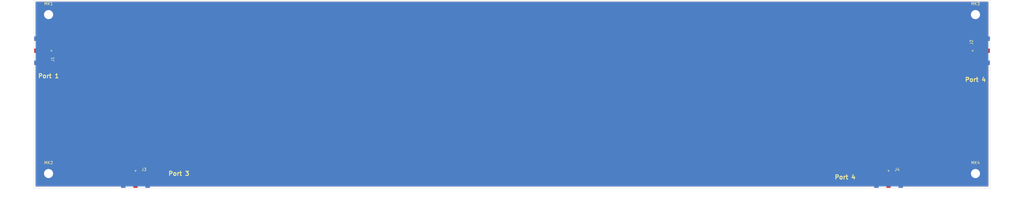
<source format=kicad_pcb>
(kicad_pcb (version 20171130) (host pcbnew 5.0.0-rc3-unknown-3df2743~65~ubuntu14.04.1)

  (general
    (thickness 1.6)
    (drawings 9)
    (tracks 12)
    (zones 0)
    (modules 8)
    (nets 4)
  )

  (page A3)
  (layers
    (0 F.Cu signal)
    (31 B.Cu signal)
    (32 B.Adhes user)
    (33 F.Adhes user)
    (34 B.Paste user)
    (35 F.Paste user)
    (36 B.SilkS user)
    (37 F.SilkS user)
    (38 B.Mask user)
    (39 F.Mask user)
    (40 Dwgs.User user)
    (41 Cmts.User user)
    (42 Eco1.User user)
    (43 Eco2.User user)
    (44 Edge.Cuts user)
    (45 Margin user)
    (46 B.CrtYd user)
    (47 F.CrtYd user)
    (48 B.Fab user)
    (49 F.Fab user)
  )

  (setup
    (last_trace_width 0.254)
    (trace_clearance 0.1524)
    (zone_clearance 0.508)
    (zone_45_only yes)
    (trace_min 0.1524)
    (segment_width 0.2)
    (edge_width 0.1)
    (via_size 5.08)
    (via_drill 0.254)
    (via_min_size 0.3048)
    (via_min_drill 0.1524)
    (uvia_size 0.3)
    (uvia_drill 0.1)
    (uvias_allowed no)
    (uvia_min_size 0.2)
    (uvia_min_drill 0.1)
    (pcb_text_width 0.3)
    (pcb_text_size 1.5 1.5)
    (mod_edge_width 0.15)
    (mod_text_size 1 1)
    (mod_text_width 0.15)
    (pad_size 1.5 1.5)
    (pad_drill 0.6)
    (pad_to_mask_clearance 0)
    (aux_axis_origin 190.5 34.29)
    (visible_elements FFFFFF7F)
    (pcbplotparams
      (layerselection 0x01030_ffffffff)
      (usegerberextensions false)
      (usegerberattributes false)
      (usegerberadvancedattributes false)
      (creategerberjobfile false)
      (excludeedgelayer true)
      (linewidth 0.100000)
      (plotframeref true)
      (viasonmask false)
      (mode 1)
      (useauxorigin false)
      (hpglpennumber 1)
      (hpglpenspeed 20)
      (hpglpendiameter 15.000000)
      (psnegative false)
      (psa4output false)
      (plotreference true)
      (plotvalue true)
      (plotinvisibletext false)
      (padsonsilk false)
      (subtractmaskfromsilk false)
      (outputformat 1)
      (mirror false)
      (drillshape 0)
      (scaleselection 1)
      (outputdirectory "gerber/"))
  )

  (net 0 "")
  (net 1 GNDREF)
  (net 2 "Net-(J1-Pad1)")
  (net 3 "Net-(J3-Pad1)")

  (net_class Default "This is the default net class."
    (clearance 0.1524)
    (trace_width 0.254)
    (via_dia 5.08)
    (via_drill 0.254)
    (uvia_dia 0.3)
    (uvia_drill 0.1)
    (add_net GNDREF)
    (add_net "Net-(J1-Pad1)")
    (add_net "Net-(J3-Pad1)")
  )

  (module Connector_Coaxial:SMA_Amphenol_132289_EdgeMount (layer F.Cu) (tedit 5A1C1810) (tstamp 5B3AEA96)
    (at 25.4 30.48 180)
    (descr http://www.amphenolrf.com/132289.html)
    (tags SMA)
    (path /5B396E0D)
    (attr smd)
    (fp_text reference J1 (at -3.96 -3 270) (layer F.SilkS)
      (effects (font (size 1 1) (thickness 0.15)))
    )
    (fp_text value SMA (at 5 6 180) (layer F.Fab)
      (effects (font (size 1 1) (thickness 0.15)))
    )
    (fp_line (start -3.71 0.25) (end -3.21 0) (layer F.SilkS) (width 0.12))
    (fp_line (start -3.71 -0.25) (end -3.71 0.25) (layer F.SilkS) (width 0.12))
    (fp_line (start -3.21 0) (end -3.71 -0.25) (layer F.SilkS) (width 0.12))
    (fp_line (start 3.54 0) (end 2.54 0.75) (layer F.Fab) (width 0.1))
    (fp_line (start 2.54 -0.75) (end 3.54 0) (layer F.Fab) (width 0.1))
    (fp_text user %R (at 4.79 0 90) (layer F.Fab)
      (effects (font (size 1 1) (thickness 0.15)))
    )
    (fp_line (start 14.47 -5.58) (end -3.04 -5.58) (layer F.CrtYd) (width 0.05))
    (fp_line (start 14.47 -5.58) (end 14.47 5.58) (layer F.CrtYd) (width 0.05))
    (fp_line (start 14.47 5.58) (end -3.04 5.58) (layer F.CrtYd) (width 0.05))
    (fp_line (start -3.04 5.58) (end -3.04 -5.58) (layer F.CrtYd) (width 0.05))
    (fp_line (start 14.47 -5.58) (end -3.04 -5.58) (layer B.CrtYd) (width 0.05))
    (fp_line (start 14.47 -5.58) (end 14.47 5.58) (layer B.CrtYd) (width 0.05))
    (fp_line (start 14.47 5.58) (end -3.04 5.58) (layer B.CrtYd) (width 0.05))
    (fp_line (start -3.04 5.58) (end -3.04 -5.58) (layer B.CrtYd) (width 0.05))
    (fp_line (start 4.445 -3.81) (end 13.97 -3.81) (layer F.Fab) (width 0.1))
    (fp_line (start 13.97 -3.81) (end 13.97 3.81) (layer F.Fab) (width 0.1))
    (fp_line (start 13.97 3.81) (end 4.445 3.81) (layer F.Fab) (width 0.1))
    (fp_line (start 4.445 5.08) (end 4.445 3.81) (layer F.Fab) (width 0.1))
    (fp_line (start 4.445 -3.81) (end 4.445 -5.08) (layer F.Fab) (width 0.1))
    (fp_line (start -1.91 -5.08) (end 4.445 -5.08) (layer F.Fab) (width 0.1))
    (fp_line (start -1.91 -5.08) (end -1.91 -3.81) (layer F.Fab) (width 0.1))
    (fp_line (start -1.91 -3.81) (end 2.54 -3.81) (layer F.Fab) (width 0.1))
    (fp_line (start 2.54 -3.81) (end 2.54 3.81) (layer F.Fab) (width 0.1))
    (fp_line (start 2.54 3.81) (end -1.91 3.81) (layer F.Fab) (width 0.1))
    (fp_line (start -1.91 3.81) (end -1.91 5.08) (layer F.Fab) (width 0.1))
    (fp_line (start -1.91 5.08) (end 4.445 5.08) (layer F.Fab) (width 0.1))
    (pad 2 smd rect (at 0 4.25 270) (size 1.5 5.08) (layers B.Cu B.Paste B.Mask)
      (net 1 GNDREF))
    (pad 2 smd rect (at 0 -4.25 270) (size 1.5 5.08) (layers B.Cu B.Paste B.Mask)
      (net 1 GNDREF))
    (pad 2 smd rect (at 0 4.25 270) (size 1.5 5.08) (layers F.Cu F.Paste F.Mask)
      (net 1 GNDREF))
    (pad 2 smd rect (at 0 -4.25 270) (size 1.5 5.08) (layers F.Cu F.Paste F.Mask)
      (net 1 GNDREF))
    (pad 1 smd rect (at 0 0 270) (size 1.5 5.08) (layers F.Cu F.Paste F.Mask)
      (net 2 "Net-(J1-Pad1)"))
    (model ${KISYS3DMOD}/Connector_Coaxial.3dshapes/SMA_Amphenol_132289_EdgeMount.wrl
      (at (xyz 0 0 0))
      (scale (xyz 1 1 1))
      (rotate (xyz 0 0 0))
    )
  )

  (module Connector_Coaxial:SMA_Amphenol_132289_EdgeMount (layer F.Cu) (tedit 5A1C1810) (tstamp 5B3AEAB9)
    (at 355.6 30.48)
    (descr http://www.amphenolrf.com/132289.html)
    (tags SMA)
    (path /5B396F50)
    (attr smd)
    (fp_text reference J2 (at -3.96 -3 90) (layer F.SilkS)
      (effects (font (size 1 1) (thickness 0.15)))
    )
    (fp_text value SMA (at 5 6) (layer F.Fab)
      (effects (font (size 1 1) (thickness 0.15)))
    )
    (fp_line (start -1.91 5.08) (end 4.445 5.08) (layer F.Fab) (width 0.1))
    (fp_line (start -1.91 3.81) (end -1.91 5.08) (layer F.Fab) (width 0.1))
    (fp_line (start 2.54 3.81) (end -1.91 3.81) (layer F.Fab) (width 0.1))
    (fp_line (start 2.54 -3.81) (end 2.54 3.81) (layer F.Fab) (width 0.1))
    (fp_line (start -1.91 -3.81) (end 2.54 -3.81) (layer F.Fab) (width 0.1))
    (fp_line (start -1.91 -5.08) (end -1.91 -3.81) (layer F.Fab) (width 0.1))
    (fp_line (start -1.91 -5.08) (end 4.445 -5.08) (layer F.Fab) (width 0.1))
    (fp_line (start 4.445 -3.81) (end 4.445 -5.08) (layer F.Fab) (width 0.1))
    (fp_line (start 4.445 5.08) (end 4.445 3.81) (layer F.Fab) (width 0.1))
    (fp_line (start 13.97 3.81) (end 4.445 3.81) (layer F.Fab) (width 0.1))
    (fp_line (start 13.97 -3.81) (end 13.97 3.81) (layer F.Fab) (width 0.1))
    (fp_line (start 4.445 -3.81) (end 13.97 -3.81) (layer F.Fab) (width 0.1))
    (fp_line (start -3.04 5.58) (end -3.04 -5.58) (layer B.CrtYd) (width 0.05))
    (fp_line (start 14.47 5.58) (end -3.04 5.58) (layer B.CrtYd) (width 0.05))
    (fp_line (start 14.47 -5.58) (end 14.47 5.58) (layer B.CrtYd) (width 0.05))
    (fp_line (start 14.47 -5.58) (end -3.04 -5.58) (layer B.CrtYd) (width 0.05))
    (fp_line (start -3.04 5.58) (end -3.04 -5.58) (layer F.CrtYd) (width 0.05))
    (fp_line (start 14.47 5.58) (end -3.04 5.58) (layer F.CrtYd) (width 0.05))
    (fp_line (start 14.47 -5.58) (end 14.47 5.58) (layer F.CrtYd) (width 0.05))
    (fp_line (start 14.47 -5.58) (end -3.04 -5.58) (layer F.CrtYd) (width 0.05))
    (fp_text user %R (at 4.79 0 270) (layer F.Fab)
      (effects (font (size 1 1) (thickness 0.15)))
    )
    (fp_line (start 2.54 -0.75) (end 3.54 0) (layer F.Fab) (width 0.1))
    (fp_line (start 3.54 0) (end 2.54 0.75) (layer F.Fab) (width 0.1))
    (fp_line (start -3.21 0) (end -3.71 -0.25) (layer F.SilkS) (width 0.12))
    (fp_line (start -3.71 -0.25) (end -3.71 0.25) (layer F.SilkS) (width 0.12))
    (fp_line (start -3.71 0.25) (end -3.21 0) (layer F.SilkS) (width 0.12))
    (pad 1 smd rect (at 0 0 90) (size 1.5 5.08) (layers F.Cu F.Paste F.Mask)
      (net 2 "Net-(J1-Pad1)"))
    (pad 2 smd rect (at 0 -4.25 90) (size 1.5 5.08) (layers F.Cu F.Paste F.Mask)
      (net 1 GNDREF))
    (pad 2 smd rect (at 0 4.25 90) (size 1.5 5.08) (layers F.Cu F.Paste F.Mask)
      (net 1 GNDREF))
    (pad 2 smd rect (at 0 -4.25 90) (size 1.5 5.08) (layers B.Cu B.Paste B.Mask)
      (net 1 GNDREF))
    (pad 2 smd rect (at 0 4.25 90) (size 1.5 5.08) (layers B.Cu B.Paste B.Mask)
      (net 1 GNDREF))
    (model ${KISYS3DMOD}/Connector_Coaxial.3dshapes/SMA_Amphenol_132289_EdgeMount.wrl
      (at (xyz 0 0 0))
      (scale (xyz 1 1 1))
      (rotate (xyz 0 0 0))
    )
  )

  (module Connector_Coaxial:SMA_Amphenol_132289_EdgeMount (layer F.Cu) (tedit 5A1C1810) (tstamp 5B3AEADC)
    (at 58.42 76.2 270)
    (descr http://www.amphenolrf.com/132289.html)
    (tags SMA)
    (path /5B39707D)
    (attr smd)
    (fp_text reference J3 (at -3.96 -3) (layer F.SilkS)
      (effects (font (size 1 1) (thickness 0.15)))
    )
    (fp_text value SMA (at 5 6 270) (layer F.Fab)
      (effects (font (size 1 1) (thickness 0.15)))
    )
    (fp_line (start -3.71 0.25) (end -3.21 0) (layer F.SilkS) (width 0.12))
    (fp_line (start -3.71 -0.25) (end -3.71 0.25) (layer F.SilkS) (width 0.12))
    (fp_line (start -3.21 0) (end -3.71 -0.25) (layer F.SilkS) (width 0.12))
    (fp_line (start 3.54 0) (end 2.54 0.75) (layer F.Fab) (width 0.1))
    (fp_line (start 2.54 -0.75) (end 3.54 0) (layer F.Fab) (width 0.1))
    (fp_text user %R (at 4.79 0 180) (layer F.Fab)
      (effects (font (size 1 1) (thickness 0.15)))
    )
    (fp_line (start 14.47 -5.58) (end -3.04 -5.58) (layer F.CrtYd) (width 0.05))
    (fp_line (start 14.47 -5.58) (end 14.47 5.58) (layer F.CrtYd) (width 0.05))
    (fp_line (start 14.47 5.58) (end -3.04 5.58) (layer F.CrtYd) (width 0.05))
    (fp_line (start -3.04 5.58) (end -3.04 -5.58) (layer F.CrtYd) (width 0.05))
    (fp_line (start 14.47 -5.58) (end -3.04 -5.58) (layer B.CrtYd) (width 0.05))
    (fp_line (start 14.47 -5.58) (end 14.47 5.58) (layer B.CrtYd) (width 0.05))
    (fp_line (start 14.47 5.58) (end -3.04 5.58) (layer B.CrtYd) (width 0.05))
    (fp_line (start -3.04 5.58) (end -3.04 -5.58) (layer B.CrtYd) (width 0.05))
    (fp_line (start 4.445 -3.81) (end 13.97 -3.81) (layer F.Fab) (width 0.1))
    (fp_line (start 13.97 -3.81) (end 13.97 3.81) (layer F.Fab) (width 0.1))
    (fp_line (start 13.97 3.81) (end 4.445 3.81) (layer F.Fab) (width 0.1))
    (fp_line (start 4.445 5.08) (end 4.445 3.81) (layer F.Fab) (width 0.1))
    (fp_line (start 4.445 -3.81) (end 4.445 -5.08) (layer F.Fab) (width 0.1))
    (fp_line (start -1.91 -5.08) (end 4.445 -5.08) (layer F.Fab) (width 0.1))
    (fp_line (start -1.91 -5.08) (end -1.91 -3.81) (layer F.Fab) (width 0.1))
    (fp_line (start -1.91 -3.81) (end 2.54 -3.81) (layer F.Fab) (width 0.1))
    (fp_line (start 2.54 -3.81) (end 2.54 3.81) (layer F.Fab) (width 0.1))
    (fp_line (start 2.54 3.81) (end -1.91 3.81) (layer F.Fab) (width 0.1))
    (fp_line (start -1.91 3.81) (end -1.91 5.08) (layer F.Fab) (width 0.1))
    (fp_line (start -1.91 5.08) (end 4.445 5.08) (layer F.Fab) (width 0.1))
    (pad 2 smd rect (at 0 4.25) (size 1.5 5.08) (layers B.Cu B.Paste B.Mask)
      (net 1 GNDREF))
    (pad 2 smd rect (at 0 -4.25) (size 1.5 5.08) (layers B.Cu B.Paste B.Mask)
      (net 1 GNDREF))
    (pad 2 smd rect (at 0 4.25) (size 1.5 5.08) (layers F.Cu F.Paste F.Mask)
      (net 1 GNDREF))
    (pad 2 smd rect (at 0 -4.25) (size 1.5 5.08) (layers F.Cu F.Paste F.Mask)
      (net 1 GNDREF))
    (pad 1 smd rect (at 0 0) (size 1.5 5.08) (layers F.Cu F.Paste F.Mask)
      (net 3 "Net-(J3-Pad1)"))
    (model ${KISYS3DMOD}/Connector_Coaxial.3dshapes/SMA_Amphenol_132289_EdgeMount.wrl
      (at (xyz 0 0 0))
      (scale (xyz 1 1 1))
      (rotate (xyz 0 0 0))
    )
  )

  (module Connector_Coaxial:SMA_Amphenol_132289_EdgeMount (layer F.Cu) (tedit 5A1C1810) (tstamp 5B3AEAFF)
    (at 322.58 76.2 270)
    (descr http://www.amphenolrf.com/132289.html)
    (tags SMA)
    (path /5B3970ED)
    (attr smd)
    (fp_text reference J4 (at -3.96 -3) (layer F.SilkS)
      (effects (font (size 1 1) (thickness 0.15)))
    )
    (fp_text value SMA (at 5 6 270) (layer F.Fab)
      (effects (font (size 1 1) (thickness 0.15)))
    )
    (fp_line (start -1.91 5.08) (end 4.445 5.08) (layer F.Fab) (width 0.1))
    (fp_line (start -1.91 3.81) (end -1.91 5.08) (layer F.Fab) (width 0.1))
    (fp_line (start 2.54 3.81) (end -1.91 3.81) (layer F.Fab) (width 0.1))
    (fp_line (start 2.54 -3.81) (end 2.54 3.81) (layer F.Fab) (width 0.1))
    (fp_line (start -1.91 -3.81) (end 2.54 -3.81) (layer F.Fab) (width 0.1))
    (fp_line (start -1.91 -5.08) (end -1.91 -3.81) (layer F.Fab) (width 0.1))
    (fp_line (start -1.91 -5.08) (end 4.445 -5.08) (layer F.Fab) (width 0.1))
    (fp_line (start 4.445 -3.81) (end 4.445 -5.08) (layer F.Fab) (width 0.1))
    (fp_line (start 4.445 5.08) (end 4.445 3.81) (layer F.Fab) (width 0.1))
    (fp_line (start 13.97 3.81) (end 4.445 3.81) (layer F.Fab) (width 0.1))
    (fp_line (start 13.97 -3.81) (end 13.97 3.81) (layer F.Fab) (width 0.1))
    (fp_line (start 4.445 -3.81) (end 13.97 -3.81) (layer F.Fab) (width 0.1))
    (fp_line (start -3.04 5.58) (end -3.04 -5.58) (layer B.CrtYd) (width 0.05))
    (fp_line (start 14.47 5.58) (end -3.04 5.58) (layer B.CrtYd) (width 0.05))
    (fp_line (start 14.47 -5.58) (end 14.47 5.58) (layer B.CrtYd) (width 0.05))
    (fp_line (start 14.47 -5.58) (end -3.04 -5.58) (layer B.CrtYd) (width 0.05))
    (fp_line (start -3.04 5.58) (end -3.04 -5.58) (layer F.CrtYd) (width 0.05))
    (fp_line (start 14.47 5.58) (end -3.04 5.58) (layer F.CrtYd) (width 0.05))
    (fp_line (start 14.47 -5.58) (end 14.47 5.58) (layer F.CrtYd) (width 0.05))
    (fp_line (start 14.47 -5.58) (end -3.04 -5.58) (layer F.CrtYd) (width 0.05))
    (fp_text user %R (at 4.79 0 180) (layer F.Fab)
      (effects (font (size 1 1) (thickness 0.15)))
    )
    (fp_line (start 2.54 -0.75) (end 3.54 0) (layer F.Fab) (width 0.1))
    (fp_line (start 3.54 0) (end 2.54 0.75) (layer F.Fab) (width 0.1))
    (fp_line (start -3.21 0) (end -3.71 -0.25) (layer F.SilkS) (width 0.12))
    (fp_line (start -3.71 -0.25) (end -3.71 0.25) (layer F.SilkS) (width 0.12))
    (fp_line (start -3.71 0.25) (end -3.21 0) (layer F.SilkS) (width 0.12))
    (pad 1 smd rect (at 0 0) (size 1.5 5.08) (layers F.Cu F.Paste F.Mask)
      (net 3 "Net-(J3-Pad1)"))
    (pad 2 smd rect (at 0 -4.25) (size 1.5 5.08) (layers F.Cu F.Paste F.Mask)
      (net 1 GNDREF))
    (pad 2 smd rect (at 0 4.25) (size 1.5 5.08) (layers F.Cu F.Paste F.Mask)
      (net 1 GNDREF))
    (pad 2 smd rect (at 0 -4.25) (size 1.5 5.08) (layers B.Cu B.Paste B.Mask)
      (net 1 GNDREF))
    (pad 2 smd rect (at 0 4.25) (size 1.5 5.08) (layers B.Cu B.Paste B.Mask)
      (net 1 GNDREF))
    (model ${KISYS3DMOD}/Connector_Coaxial.3dshapes/SMA_Amphenol_132289_EdgeMount.wrl
      (at (xyz 0 0 0))
      (scale (xyz 1 1 1))
      (rotate (xyz 0 0 0))
    )
  )

  (module MountingHole:MountingHole_3.2mm_M3_DIN965 (layer F.Cu) (tedit 56D1B4CB) (tstamp 5B3C430B)
    (at 27.94 17.78)
    (descr "Mounting Hole 3.2mm, no annular, M3, DIN965")
    (tags "mounting hole 3.2mm no annular m3 din965")
    (path /5B3C3B2A)
    (attr virtual)
    (fp_text reference MK1 (at 0 -3.8) (layer F.SilkS)
      (effects (font (size 1 1) (thickness 0.15)))
    )
    (fp_text value Mounting_Hole_PAD (at 0 3.8) (layer F.Fab)
      (effects (font (size 1 1) (thickness 0.15)))
    )
    (fp_text user %R (at 0.3 0) (layer F.Fab)
      (effects (font (size 1 1) (thickness 0.15)))
    )
    (fp_circle (center 0 0) (end 2.8 0) (layer Cmts.User) (width 0.15))
    (fp_circle (center 0 0) (end 3.05 0) (layer F.CrtYd) (width 0.05))
    (pad 1 np_thru_hole circle (at 0 0) (size 3.2 3.2) (drill 3.2) (layers *.Cu *.Mask)
      (net 1 GNDREF))
  )

  (module MountingHole:MountingHole_3.2mm_M3_DIN965 (layer F.Cu) (tedit 56D1B4CB) (tstamp 5B3C4313)
    (at 27.94 73.66)
    (descr "Mounting Hole 3.2mm, no annular, M3, DIN965")
    (tags "mounting hole 3.2mm no annular m3 din965")
    (path /5B3C3DF5)
    (attr virtual)
    (fp_text reference MK2 (at 0 -3.8) (layer F.SilkS)
      (effects (font (size 1 1) (thickness 0.15)))
    )
    (fp_text value Mounting_Hole_PAD (at 0 3.8) (layer F.Fab)
      (effects (font (size 1 1) (thickness 0.15)))
    )
    (fp_circle (center 0 0) (end 3.05 0) (layer F.CrtYd) (width 0.05))
    (fp_circle (center 0 0) (end 2.8 0) (layer Cmts.User) (width 0.15))
    (fp_text user %R (at 0.3 0) (layer F.Fab)
      (effects (font (size 1 1) (thickness 0.15)))
    )
    (pad 1 np_thru_hole circle (at 0 0) (size 3.2 3.2) (drill 3.2) (layers *.Cu *.Mask)
      (net 1 GNDREF))
  )

  (module MountingHole:MountingHole_3.2mm_M3_DIN965 (layer F.Cu) (tedit 56D1B4CB) (tstamp 5B3C431B)
    (at 353.06 17.78)
    (descr "Mounting Hole 3.2mm, no annular, M3, DIN965")
    (tags "mounting hole 3.2mm no annular m3 din965")
    (path /5B3C3E08)
    (attr virtual)
    (fp_text reference MK3 (at 0 -3.8) (layer F.SilkS)
      (effects (font (size 1 1) (thickness 0.15)))
    )
    (fp_text value Mounting_Hole_PAD (at 0 3.8) (layer F.Fab)
      (effects (font (size 1 1) (thickness 0.15)))
    )
    (fp_text user %R (at 0.3 0) (layer F.Fab)
      (effects (font (size 1 1) (thickness 0.15)))
    )
    (fp_circle (center 0 0) (end 2.8 0) (layer Cmts.User) (width 0.15))
    (fp_circle (center 0 0) (end 3.05 0) (layer F.CrtYd) (width 0.05))
    (pad 1 np_thru_hole circle (at 0 0) (size 3.2 3.2) (drill 3.2) (layers *.Cu *.Mask)
      (net 1 GNDREF))
  )

  (module MountingHole:MountingHole_3.2mm_M3_DIN965 (layer F.Cu) (tedit 56D1B4CB) (tstamp 5B3C4323)
    (at 353.06 73.66)
    (descr "Mounting Hole 3.2mm, no annular, M3, DIN965")
    (tags "mounting hole 3.2mm no annular m3 din965")
    (path /5B3C3E1B)
    (attr virtual)
    (fp_text reference MK4 (at 0 -3.8) (layer F.SilkS)
      (effects (font (size 1 1) (thickness 0.15)))
    )
    (fp_text value Mounting_Hole_PAD (at 0 3.8) (layer F.Fab)
      (effects (font (size 1 1) (thickness 0.15)))
    )
    (fp_circle (center 0 0) (end 3.05 0) (layer F.CrtYd) (width 0.05))
    (fp_circle (center 0 0) (end 2.8 0) (layer Cmts.User) (width 0.15))
    (fp_text user %R (at 0.3 0) (layer F.Fab)
      (effects (font (size 1 1) (thickness 0.15)))
    )
    (pad 1 np_thru_hole circle (at 0 0) (size 3.2 3.2) (drill 3.2) (layers *.Cu *.Mask)
      (net 1 GNDREF))
  )

  (gr_text "Port 4" (at 311.15 74.93) (layer F.SilkS)
    (effects (font (size 1.5 1.5) (thickness 0.3)) (justify right))
  )
  (gr_text "Port 3" (at 69.85 73.66) (layer F.SilkS)
    (effects (font (size 1.5 1.5) (thickness 0.3)) (justify left))
  )
  (gr_text "Port 4" (at 356.87 40.64) (layer F.SilkS)
    (effects (font (size 1.5 1.5) (thickness 0.3)) (justify right))
  )
  (gr_text "Port 1" (at 27.94 39.37) (layer F.SilkS)
    (effects (font (size 1.5 1.5) (thickness 0.3)))
  )
  (gr_line (start 358.14 12.7) (end 22.86 12.7) (layer Edge.Cuts) (width 0.1))
  (gr_line (start 358.14 78.74) (end 358.14 12.7) (layer Edge.Cuts) (width 0.1))
  (gr_line (start 71.12 78.74) (end 358.14 78.74) (layer Edge.Cuts) (width 0.1))
  (gr_line (start 22.86 78.74) (end 71.12 78.74) (layer Edge.Cuts) (width 0.1))
  (gr_line (start 22.86 12.7) (end 22.86 78.74) (layer Edge.Cuts) (width 0.1))

  (segment (start 25.4 30.48) (end 355.6 30.48) (width 2.6924) (layer F.Cu) (net 2))
  (segment (start 322.58 39.37) (end 322.58 76.2) (width 2.6924) (layer F.Cu) (net 3))
  (segment (start 58.42 76.2) (end 58.42 39.37) (width 2.6924) (layer F.Cu) (net 3))
  (segment (start 109.22 39.37) (end 111.76 36.83) (width 2.6924) (layer F.Cu) (net 3))
  (segment (start 58.42 39.37) (end 109.22 39.37) (width 2.6924) (layer F.Cu) (net 3))
  (segment (start 218.44 36.83) (end 269.24 36.83) (width 2.6924) (layer F.Cu) (net 3))
  (segment (start 215.9 34.29) (end 218.44 36.83) (width 2.6924) (layer F.Cu) (net 3))
  (segment (start 271.78 39.37) (end 322.58 39.37) (width 2.6924) (layer F.Cu) (net 3))
  (segment (start 111.76 36.83) (end 162.56 36.83) (width 2.6924) (layer F.Cu) (net 3))
  (segment (start 269.24 36.83) (end 271.78 39.37) (width 2.6924) (layer F.Cu) (net 3))
  (segment (start 162.56 36.83) (end 165.1 34.29) (width 2.6924) (layer F.Cu) (net 3))
  (segment (start 165.1 34.29) (end 215.9 34.29) (width 2.6924) (layer F.Cu) (net 3))

  (zone (net 1) (net_name GNDREF) (layer B.Cu) (tstamp 5B4007FA) (hatch none 0.508)
    (connect_pads yes (clearance 0.508))
    (min_thickness 0.254)
    (fill yes (arc_segments 32) (thermal_gap 0.508) (thermal_bridge_width 0.508))
    (polygon
      (pts
        (xy 22.86 12.7) (xy 22.86 78.74) (xy 358.14 78.74) (xy 358.14 12.7)
      )
    )
    (filled_polygon
      (pts
        (xy 357.455 78.055) (xy 23.545 78.055) (xy 23.545 13.385) (xy 357.455001 13.385)
      )
    )
  )
  (zone (net 1) (net_name GNDREF) (layer F.Cu) (tstamp 5B4007F7) (hatch none 0.508)
    (connect_pads yes (clearance 0.508))
    (min_thickness 0.254)
    (fill yes (arc_segments 32) (thermal_gap 0.508) (thermal_bridge_width 0.508))
    (polygon
      (pts
        (xy 22.86 12.7) (xy 358.14 12.7) (xy 358.14 26.67) (xy 351.79 26.67) (xy 346.71 21.59)
        (xy 33.02 21.59) (xy 27.94 26.67) (xy 22.86 26.67)
      )
    )
    (filled_polygon
      (pts
        (xy 357.455001 26.543) (xy 351.842606 26.543) (xy 346.799803 21.500197) (xy 346.780557 21.484403) (xy 346.758601 21.472667)
        (xy 346.734776 21.46544) (xy 346.71 21.463) (xy 33.02 21.463) (xy 32.995224 21.46544) (xy 32.971399 21.472667)
        (xy 32.949443 21.484403) (xy 32.930197 21.500197) (xy 27.887394 26.543) (xy 23.545 26.543) (xy 23.545 13.385)
        (xy 357.455001 13.385)
      )
    )
  )
  (zone (net 1) (net_name GNDREF) (layer F.Cu) (tstamp 5B4007F4) (hatch none 0.508)
    (connect_pads yes (clearance 0.508))
    (min_thickness 0.254)
    (fill yes (arc_segments 32) (thermal_gap 0.508) (thermal_bridge_width 0.508))
    (polygon
      (pts
        (xy 22.86 34.29) (xy 27.94 34.29) (xy 33.02 39.37) (xy 48.26 39.37) (xy 48.26 67.31)
        (xy 54.61 73.66) (xy 54.61 78.74) (xy 22.86 78.74)
      )
    )
    (filled_polygon
      (pts
        (xy 32.930197 39.459803) (xy 32.949443 39.475597) (xy 32.971399 39.487333) (xy 32.995224 39.49456) (xy 33.02 39.497)
        (xy 48.133 39.497) (xy 48.133 67.31) (xy 48.13544 67.334776) (xy 48.142667 67.358601) (xy 48.154403 67.380557)
        (xy 48.170197 67.399803) (xy 54.483 73.712606) (xy 54.483 78.055) (xy 23.545 78.055) (xy 23.545 34.417)
        (xy 27.887394 34.417)
      )
    )
  )
  (zone (net 1) (net_name GNDREF) (layer F.Cu) (tstamp 5B4007F1) (hatch none 0.508)
    (connect_pads yes (clearance 0.508))
    (min_thickness 0.254)
    (fill yes (arc_segments 32) (thermal_gap 0.508) (thermal_bridge_width 0.508))
    (polygon
      (pts
        (xy 62.23 78.74) (xy 62.23 73.66) (xy 68.58 67.31) (xy 68.58 49.53) (xy 113.03 49.53)
        (xy 114.3 48.26) (xy 115.57 46.99) (xy 165.1 46.99) (xy 167.64 44.45) (xy 212.09 44.45)
        (xy 214.63 46.99) (xy 269.24 46.99) (xy 271.78 49.53) (xy 312.42 49.53) (xy 312.42 67.31)
        (xy 318.77 73.66) (xy 318.77 78.74)
      )
    )
    (filled_polygon
      (pts
        (xy 214.540197 47.079803) (xy 214.559443 47.095597) (xy 214.581399 47.107333) (xy 214.605224 47.11456) (xy 214.63 47.117)
        (xy 269.187394 47.117) (xy 271.690197 49.619803) (xy 271.709443 49.635597) (xy 271.731399 49.647333) (xy 271.755224 49.65456)
        (xy 271.78 49.657) (xy 312.293 49.657) (xy 312.293 67.31) (xy 312.29544 67.334776) (xy 312.302667 67.358601)
        (xy 312.314403 67.380557) (xy 312.330197 67.399803) (xy 318.643 73.712606) (xy 318.643 78.055) (xy 62.357 78.055)
        (xy 62.357 73.712606) (xy 68.669803 67.399803) (xy 68.685597 67.380557) (xy 68.697333 67.358601) (xy 68.70456 67.334776)
        (xy 68.707 67.31) (xy 68.707 49.657) (xy 113.03 49.657) (xy 113.054776 49.65456) (xy 113.078601 49.647333)
        (xy 113.100557 49.635597) (xy 113.119803 49.619803) (xy 115.622606 47.117) (xy 165.1 47.117) (xy 165.124776 47.11456)
        (xy 165.148601 47.107333) (xy 165.170557 47.095597) (xy 165.189803 47.079803) (xy 167.692606 44.577) (xy 212.037394 44.577)
      )
    )
  )
  (zone (net 1) (net_name GNDREF) (layer F.Cu) (tstamp 5B4007EE) (hatch none 0.508)
    (connect_pads yes (clearance 0.508))
    (min_thickness 0.254)
    (fill yes (arc_segments 32) (thermal_gap 0.508) (thermal_bridge_width 0.508))
    (polygon
      (pts
        (xy 353.06 34.29) (xy 358.14 34.29) (xy 358.14 78.74) (xy 326.39 78.74) (xy 326.39 73.66)
        (xy 332.74 67.31) (xy 332.74 41.91) (xy 345.44 41.91)
      )
    )
    (filled_polygon
      (pts
        (xy 357.455 78.055) (xy 326.517 78.055) (xy 326.517 73.712606) (xy 332.829803 67.399803) (xy 332.845597 67.380557)
        (xy 332.857333 67.358601) (xy 332.86456 67.334776) (xy 332.867 67.31) (xy 332.867 42.037) (xy 345.44 42.037)
        (xy 345.464776 42.03456) (xy 345.488601 42.027333) (xy 345.510557 42.015597) (xy 345.529803 41.999803) (xy 353.112606 34.417)
        (xy 357.455001 34.417)
      )
    )
  )
)

</source>
